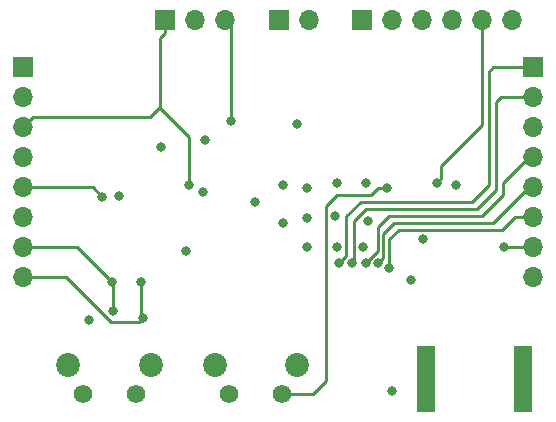
<source format=gbr>
G04 #@! TF.GenerationSoftware,KiCad,Pcbnew,(5.1.4)-1*
G04 #@! TF.CreationDate,2020-02-25T16:56:55+01:00*
G04 #@! TF.ProjectId,Master Thesis PCB,4d617374-6572-4205-9468-657369732050,rev?*
G04 #@! TF.SameCoordinates,Original*
G04 #@! TF.FileFunction,Copper,L4,Bot*
G04 #@! TF.FilePolarity,Positive*
%FSLAX46Y46*%
G04 Gerber Fmt 4.6, Leading zero omitted, Abs format (unit mm)*
G04 Created by KiCad (PCBNEW (5.1.4)-1) date 2020-02-25 16:56:55*
%MOMM*%
%LPD*%
G04 APERTURE LIST*
%ADD10C,2.026000*%
%ADD11C,1.561000*%
%ADD12O,1.700000X1.700000*%
%ADD13R,1.700000X1.700000*%
%ADD14R,1.650000X5.600000*%
%ADD15C,0.800000*%
%ADD16C,0.250000*%
G04 APERTURE END LIST*
D10*
X111600000Y-105200000D03*
X104590000Y-105200000D03*
D11*
X110345000Y-107690000D03*
X105845000Y-107690000D03*
D10*
X124000000Y-105200000D03*
X116990000Y-105200000D03*
D11*
X122745000Y-107690000D03*
X118245000Y-107690000D03*
D12*
X142200000Y-76000000D03*
X139660000Y-76000000D03*
X137120000Y-76000000D03*
X134580000Y-76000000D03*
X132040000Y-76000000D03*
D13*
X129500000Y-76000000D03*
D12*
X117880000Y-76000000D03*
X115340000Y-76000000D03*
D13*
X112800000Y-76000000D03*
D12*
X125000000Y-76000000D03*
D13*
X122460000Y-76000000D03*
D12*
X100800000Y-97800000D03*
X100800000Y-95260000D03*
X100800000Y-92720000D03*
X100800000Y-90180000D03*
X100800000Y-87640000D03*
X100800000Y-85100000D03*
X100800000Y-82560000D03*
D13*
X100800000Y-80020000D03*
D12*
X143980000Y-97800000D03*
X143980000Y-95260000D03*
X143980000Y-92720000D03*
X143980000Y-90180000D03*
X143980000Y-87640000D03*
X143980000Y-85100000D03*
X143980000Y-82560000D03*
D13*
X143980000Y-80020000D03*
D14*
X143125000Y-106400000D03*
X134875000Y-106400000D03*
D15*
X134800000Y-106400000D03*
X143200000Y-106400000D03*
X129600000Y-95200000D03*
X127400000Y-95200000D03*
X124800000Y-95200000D03*
X124800000Y-92800000D03*
X127200000Y-92600000D03*
X130000000Y-93000000D03*
X129800000Y-89800000D03*
X127400000Y-89800000D03*
X124800000Y-90200000D03*
X134625000Y-94525010D03*
X124000000Y-84800000D03*
X116200000Y-86200000D03*
X114600000Y-95600000D03*
X116000000Y-90600000D03*
X122800000Y-90000000D03*
X122800000Y-93200000D03*
X133600000Y-98000000D03*
X132000000Y-107400000D03*
X108900000Y-90900000D03*
X112500000Y-86800000D03*
X120400000Y-91400000D03*
X137399992Y-90000000D03*
X106400000Y-101400000D03*
X114800000Y-90000000D03*
X141500000Y-95200000D03*
X131800000Y-97000000D03*
X130849457Y-96575862D03*
X129800000Y-96600000D03*
X128600000Y-96600000D03*
X127525010Y-96600000D03*
X110800000Y-98200000D03*
X110900000Y-101274990D03*
X108400000Y-100675010D03*
X108300000Y-98200000D03*
X107500000Y-91000000D03*
X118400000Y-84600000D03*
X131600000Y-90200000D03*
X135800000Y-89800000D03*
D16*
X111549999Y-84250001D02*
X112400000Y-83400000D01*
X100800000Y-85100000D02*
X101649999Y-84250001D01*
X101649999Y-84250001D02*
X111549999Y-84250001D01*
X112800000Y-77100000D02*
X112800000Y-76000000D01*
X112400000Y-77500000D02*
X112800000Y-77100000D01*
X112400000Y-83500000D02*
X112400000Y-77500000D01*
X114800000Y-90000000D02*
X114800000Y-85900000D01*
X114800000Y-85900000D02*
X112400000Y-83500000D01*
X143540000Y-95200000D02*
X143600000Y-95260000D01*
X141500000Y-95200000D02*
X143540000Y-95200000D01*
X142397919Y-92720000D02*
X143600000Y-92720000D01*
X141317910Y-93800009D02*
X142397919Y-92720000D01*
X132600009Y-93800009D02*
X141317910Y-93800009D01*
X132600000Y-93800000D02*
X132600009Y-93800009D01*
X131800000Y-94600000D02*
X132600000Y-93800000D01*
X131800000Y-97000000D02*
X131800000Y-94600000D01*
X131249456Y-96175863D02*
X130849457Y-96575862D01*
X131249456Y-94150544D02*
X131249456Y-96175863D01*
X132200000Y-93200000D02*
X131249456Y-94150544D01*
X143600000Y-90180000D02*
X140580000Y-93200000D01*
X140580000Y-93200000D02*
X132200000Y-93200000D01*
X130799445Y-95600555D02*
X129800000Y-96600000D01*
X141400000Y-89840000D02*
X141400000Y-90800000D01*
X143600000Y-87640000D02*
X141400000Y-89840000D01*
X141400000Y-90800000D02*
X139600000Y-92600000D01*
X139600000Y-92600000D02*
X131763589Y-92600000D01*
X131763589Y-92600000D02*
X130799445Y-93564144D01*
X130799445Y-93564144D02*
X130799445Y-95600555D01*
X141240000Y-82560000D02*
X143600000Y-82560000D01*
X140800000Y-83000000D02*
X141240000Y-82560000D01*
X128800000Y-96400000D02*
X128800000Y-93000000D01*
X128600000Y-96600000D02*
X128800000Y-96400000D01*
X128800000Y-93000000D02*
X129800000Y-92000000D01*
X129800000Y-92000000D02*
X139200000Y-92000000D01*
X139200000Y-92000000D02*
X140800000Y-90400000D01*
X140800000Y-90400000D02*
X140800000Y-83000000D01*
X128149991Y-95975019D02*
X127525010Y-96600000D01*
X128149991Y-92650009D02*
X128149991Y-95975019D01*
X140580000Y-80020000D02*
X140200000Y-80400000D01*
X143600000Y-80020000D02*
X140580000Y-80020000D01*
X140200000Y-80400000D02*
X140200000Y-90000000D01*
X140200000Y-90000000D02*
X138800000Y-91400000D01*
X138800000Y-91400000D02*
X129400000Y-91400000D01*
X129400000Y-91400000D02*
X128149991Y-92650009D01*
X110800000Y-101174990D02*
X110900000Y-101274990D01*
X110800000Y-98200000D02*
X110800000Y-101174990D01*
X110574990Y-101600000D02*
X110900000Y-101274990D01*
X108200000Y-101600000D02*
X110574990Y-101600000D01*
X100800000Y-97800000D02*
X104400000Y-97800000D01*
X104400000Y-97800000D02*
X108200000Y-101600000D01*
X108400000Y-100675010D02*
X108400000Y-98300000D01*
X108400000Y-98300000D02*
X108300000Y-98200000D01*
X105360000Y-95260000D02*
X100800000Y-95260000D01*
X108300000Y-98200000D02*
X105360000Y-95260000D01*
X106680000Y-90180000D02*
X100800000Y-90180000D01*
X107500000Y-91000000D02*
X106680000Y-90180000D01*
X118400000Y-76520000D02*
X117880000Y-76000000D01*
X118400000Y-84600000D02*
X118400000Y-76520000D01*
X136199999Y-89400001D02*
X135800000Y-89800000D01*
X136199999Y-88400001D02*
X136199999Y-89400001D01*
X139660000Y-76000000D02*
X139660000Y-84940000D01*
X139660000Y-84940000D02*
X136199999Y-88400001D01*
X125310000Y-107690000D02*
X122745000Y-107690000D01*
X130873002Y-90200000D02*
X130273002Y-90800000D01*
X131600000Y-90200000D02*
X130873002Y-90200000D01*
X130273002Y-90800000D02*
X127400000Y-90800000D01*
X127400000Y-90800000D02*
X126400000Y-91800000D01*
X126400000Y-91800000D02*
X126400000Y-106600000D01*
X126400000Y-106600000D02*
X125310000Y-107690000D01*
M02*

</source>
